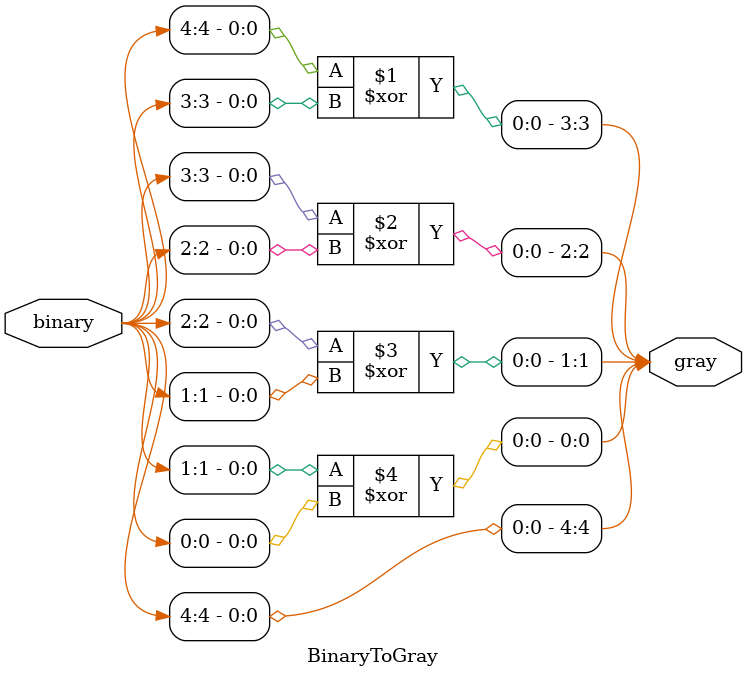
<source format=v>
module BinaryToGray (
	input [4:0]binary,
	output [4:0]gray
);
	assign gray[4] = binary[4];
	assign gray[3] = binary[4]^binary[3];
	assign gray[2] = binary[3]^binary[2];
	assign gray[1] = binary[2]^binary[1];
	assign gray[0] = binary[1]^binary[0];

endmodule
</source>
